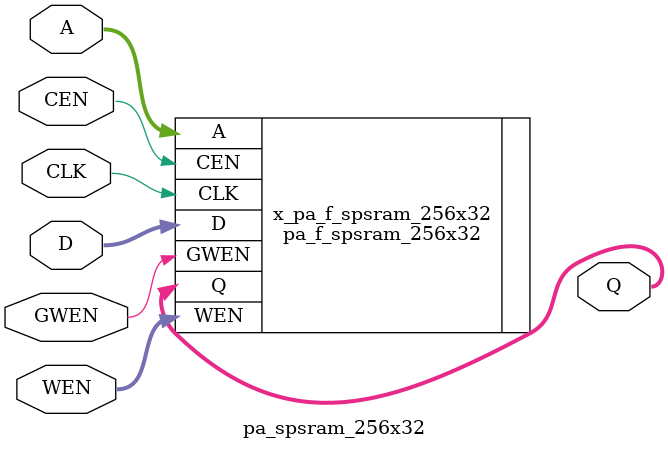
<source format=v>

/*Copyright 2020-2021 T-Head Semiconductor Co., Ltd.

Licensed under the Apache License, Version 2.0 (the "License");
you may not use this file except in compliance with the License.
You may obtain a copy of the License at

    http://www.apache.org/licenses/LICENSE-2.0

Unless required by applicable law or agreed to in writing, software
distributed under the License is distributed on an "AS IS" BASIS,
WITHOUT WARRANTIES OR CONDITIONS OF ANY KIND, either express or implied.
See the License for the specific language governing permissions and
limitations under the License.
*/

// &ModuleBeg; @22
module pa_spsram_256x32(
  A,
  CEN,
  CLK,
  D,
  GWEN,
  Q,
  WEN
);

// &Ports; @23
input   [7 :0]  A;   
input           CEN; 
input           CLK; 
input   [31:0]  D;   
input           GWEN; 
input   [31:0]  WEN; 
output  [31:0]  Q;   

// &Regs; @24

// &Wires; @25
wire    [7 :0]  A;   
wire            CEN; 
wire            CLK; 
wire    [31:0]  D;   
wire            GWEN; 
wire    [31:0]  Q;   
wire    [31:0]  WEN; 


//**********************************************************
//                  Parameter Definition
//**********************************************************
parameter ADDR_WIDTH = 8;
parameter DATA_WIDTH = 32;
parameter WE_WIDTH   = 32;

// &Force("bus","Q",DATA_WIDTH-1,0); @34
// &Force("bus","WEN",WE_WIDTH-1,0); @35
// &Force("bus","A",ADDR_WIDTH-1,0); @36
// &Force("bus","D",DATA_WIDTH-1,0); @37

//  //********************************************************
//  //*                        FPGA memory                   *
//  //********************************************************
//   &Instance("pa_f_spsram_256x32"); @43
pa_f_spsram_256x32  x_pa_f_spsram_256x32 (
  .A    (A   ),
  .CEN  (CEN ),
  .CLK  (CLK ),
  .D    (D   ),
  .GWEN (GWEN),
  .Q    (Q   ),
  .WEN  (WEN )
);

//   &Instance("pa_tsmc_spsram_256x32"); @49
//   &Instance("pa_gsmc_spsram_256x32"); @55

// &ModuleEnd; @71
endmodule



</source>
